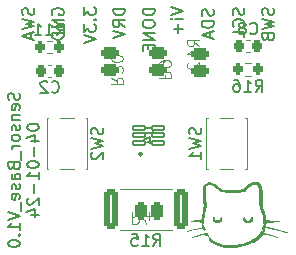
<source format=gbo>
G04 #@! TF.GenerationSoftware,KiCad,Pcbnew,7.0.7*
G04 #@! TF.CreationDate,2024-04-02T12:53:20-04:00*
G04 #@! TF.ProjectId,sensor_node,73656e73-6f72-45f6-9e6f-64652e6b6963,rev?*
G04 #@! TF.SameCoordinates,Original*
G04 #@! TF.FileFunction,Legend,Bot*
G04 #@! TF.FilePolarity,Positive*
%FSLAX46Y46*%
G04 Gerber Fmt 4.6, Leading zero omitted, Abs format (unit mm)*
G04 Created by KiCad (PCBNEW 7.0.7) date 2024-04-02 12:53:20*
%MOMM*%
%LPD*%
G01*
G04 APERTURE LIST*
G04 Aperture macros list*
%AMRoundRect*
0 Rectangle with rounded corners*
0 $1 Rounding radius*
0 $2 $3 $4 $5 $6 $7 $8 $9 X,Y pos of 4 corners*
0 Add a 4 corners polygon primitive as box body*
4,1,4,$2,$3,$4,$5,$6,$7,$8,$9,$2,$3,0*
0 Add four circle primitives for the rounded corners*
1,1,$1+$1,$2,$3*
1,1,$1+$1,$4,$5*
1,1,$1+$1,$6,$7*
1,1,$1+$1,$8,$9*
0 Add four rect primitives between the rounded corners*
20,1,$1+$1,$2,$3,$4,$5,0*
20,1,$1+$1,$4,$5,$6,$7,0*
20,1,$1+$1,$6,$7,$8,$9,0*
20,1,$1+$1,$8,$9,$2,$3,0*%
G04 Aperture macros list end*
%ADD10C,0.150000*%
%ADD11C,0.100000*%
%ADD12C,0.120000*%
%ADD13C,0.127000*%
%ADD14C,0.203200*%
%ADD15R,1.700000X1.700000*%
%ADD16O,1.700000X1.700000*%
%ADD17RoundRect,0.200000X-0.200000X-0.275000X0.200000X-0.275000X0.200000X0.275000X-0.200000X0.275000X0*%
%ADD18RoundRect,0.250000X-0.362500X-1.425000X0.362500X-1.425000X0.362500X1.425000X-0.362500X1.425000X0*%
%ADD19R,0.650000X1.050000*%
%ADD20RoundRect,0.250000X-0.500000X0.250000X-0.500000X-0.250000X0.500000X-0.250000X0.500000X0.250000X0*%
%ADD21RoundRect,0.102000X-0.495000X-0.150000X0.495000X-0.150000X0.495000X0.150000X-0.495000X0.150000X0*%
%ADD22RoundRect,0.200000X0.200000X0.275000X-0.200000X0.275000X-0.200000X-0.275000X0.200000X-0.275000X0*%
%ADD23RoundRect,0.250000X0.500000X-0.250000X0.500000X0.250000X-0.500000X0.250000X-0.500000X-0.250000X0*%
%ADD24RoundRect,0.250000X-0.250000X-0.500000X0.250000X-0.500000X0.250000X0.500000X-0.250000X0.500000X0*%
%ADD25RoundRect,0.225000X-0.225000X-0.250000X0.225000X-0.250000X0.225000X0.250000X-0.225000X0.250000X0*%
%ADD26RoundRect,0.225000X0.225000X0.250000X-0.225000X0.250000X-0.225000X-0.250000X0.225000X-0.250000X0*%
G04 APERTURE END LIST*
D10*
X92925700Y-70289160D02*
X92973319Y-70432017D01*
X92973319Y-70432017D02*
X92973319Y-70670112D01*
X92973319Y-70670112D02*
X92925700Y-70765350D01*
X92925700Y-70765350D02*
X92878080Y-70812969D01*
X92878080Y-70812969D02*
X92782842Y-70860588D01*
X92782842Y-70860588D02*
X92687604Y-70860588D01*
X92687604Y-70860588D02*
X92592366Y-70812969D01*
X92592366Y-70812969D02*
X92544747Y-70765350D01*
X92544747Y-70765350D02*
X92497128Y-70670112D01*
X92497128Y-70670112D02*
X92449509Y-70479636D01*
X92449509Y-70479636D02*
X92401890Y-70384398D01*
X92401890Y-70384398D02*
X92354271Y-70336779D01*
X92354271Y-70336779D02*
X92259033Y-70289160D01*
X92259033Y-70289160D02*
X92163795Y-70289160D01*
X92163795Y-70289160D02*
X92068557Y-70336779D01*
X92068557Y-70336779D02*
X92020938Y-70384398D01*
X92020938Y-70384398D02*
X91973319Y-70479636D01*
X91973319Y-70479636D02*
X91973319Y-70717731D01*
X91973319Y-70717731D02*
X92020938Y-70860588D01*
X91973319Y-71193922D02*
X92973319Y-71432017D01*
X92973319Y-71432017D02*
X92259033Y-71622493D01*
X92259033Y-71622493D02*
X92973319Y-71812969D01*
X92973319Y-71812969D02*
X91973319Y-72051065D01*
X92687604Y-72384398D02*
X92687604Y-72860588D01*
X92973319Y-72289160D02*
X91973319Y-72622493D01*
X91973319Y-72622493D02*
X92973319Y-72955826D01*
X97173319Y-70241541D02*
X97173319Y-70860588D01*
X97173319Y-70860588D02*
X97554271Y-70527255D01*
X97554271Y-70527255D02*
X97554271Y-70670112D01*
X97554271Y-70670112D02*
X97601890Y-70765350D01*
X97601890Y-70765350D02*
X97649509Y-70812969D01*
X97649509Y-70812969D02*
X97744747Y-70860588D01*
X97744747Y-70860588D02*
X97982842Y-70860588D01*
X97982842Y-70860588D02*
X98078080Y-70812969D01*
X98078080Y-70812969D02*
X98125700Y-70765350D01*
X98125700Y-70765350D02*
X98173319Y-70670112D01*
X98173319Y-70670112D02*
X98173319Y-70384398D01*
X98173319Y-70384398D02*
X98125700Y-70289160D01*
X98125700Y-70289160D02*
X98078080Y-70241541D01*
X98078080Y-71289160D02*
X98125700Y-71336779D01*
X98125700Y-71336779D02*
X98173319Y-71289160D01*
X98173319Y-71289160D02*
X98125700Y-71241541D01*
X98125700Y-71241541D02*
X98078080Y-71289160D01*
X98078080Y-71289160D02*
X98173319Y-71289160D01*
X97173319Y-71670112D02*
X97173319Y-72289159D01*
X97173319Y-72289159D02*
X97554271Y-71955826D01*
X97554271Y-71955826D02*
X97554271Y-72098683D01*
X97554271Y-72098683D02*
X97601890Y-72193921D01*
X97601890Y-72193921D02*
X97649509Y-72241540D01*
X97649509Y-72241540D02*
X97744747Y-72289159D01*
X97744747Y-72289159D02*
X97982842Y-72289159D01*
X97982842Y-72289159D02*
X98078080Y-72241540D01*
X98078080Y-72241540D02*
X98125700Y-72193921D01*
X98125700Y-72193921D02*
X98173319Y-72098683D01*
X98173319Y-72098683D02*
X98173319Y-71812969D01*
X98173319Y-71812969D02*
X98125700Y-71717731D01*
X98125700Y-71717731D02*
X98078080Y-71670112D01*
X97173319Y-72574874D02*
X98173319Y-72908207D01*
X98173319Y-72908207D02*
X97173319Y-73241540D01*
X110725700Y-70289160D02*
X110773319Y-70432017D01*
X110773319Y-70432017D02*
X110773319Y-70670112D01*
X110773319Y-70670112D02*
X110725700Y-70765350D01*
X110725700Y-70765350D02*
X110678080Y-70812969D01*
X110678080Y-70812969D02*
X110582842Y-70860588D01*
X110582842Y-70860588D02*
X110487604Y-70860588D01*
X110487604Y-70860588D02*
X110392366Y-70812969D01*
X110392366Y-70812969D02*
X110344747Y-70765350D01*
X110344747Y-70765350D02*
X110297128Y-70670112D01*
X110297128Y-70670112D02*
X110249509Y-70479636D01*
X110249509Y-70479636D02*
X110201890Y-70384398D01*
X110201890Y-70384398D02*
X110154271Y-70336779D01*
X110154271Y-70336779D02*
X110059033Y-70289160D01*
X110059033Y-70289160D02*
X109963795Y-70289160D01*
X109963795Y-70289160D02*
X109868557Y-70336779D01*
X109868557Y-70336779D02*
X109820938Y-70384398D01*
X109820938Y-70384398D02*
X109773319Y-70479636D01*
X109773319Y-70479636D02*
X109773319Y-70717731D01*
X109773319Y-70717731D02*
X109820938Y-70860588D01*
X110678080Y-71860588D02*
X110725700Y-71812969D01*
X110725700Y-71812969D02*
X110773319Y-71670112D01*
X110773319Y-71670112D02*
X110773319Y-71574874D01*
X110773319Y-71574874D02*
X110725700Y-71432017D01*
X110725700Y-71432017D02*
X110630461Y-71336779D01*
X110630461Y-71336779D02*
X110535223Y-71289160D01*
X110535223Y-71289160D02*
X110344747Y-71241541D01*
X110344747Y-71241541D02*
X110201890Y-71241541D01*
X110201890Y-71241541D02*
X110011414Y-71289160D01*
X110011414Y-71289160D02*
X109916176Y-71336779D01*
X109916176Y-71336779D02*
X109820938Y-71432017D01*
X109820938Y-71432017D02*
X109773319Y-71574874D01*
X109773319Y-71574874D02*
X109773319Y-71670112D01*
X109773319Y-71670112D02*
X109820938Y-71812969D01*
X109820938Y-71812969D02*
X109868557Y-71860588D01*
X110773319Y-72765350D02*
X110773319Y-72289160D01*
X110773319Y-72289160D02*
X109773319Y-72289160D01*
X104573319Y-70193922D02*
X105573319Y-70527255D01*
X105573319Y-70527255D02*
X104573319Y-70860588D01*
X105573319Y-71193922D02*
X104906652Y-71193922D01*
X104573319Y-71193922D02*
X104620938Y-71146303D01*
X104620938Y-71146303D02*
X104668557Y-71193922D01*
X104668557Y-71193922D02*
X104620938Y-71241541D01*
X104620938Y-71241541D02*
X104573319Y-71193922D01*
X104573319Y-71193922D02*
X104668557Y-71193922D01*
X105192366Y-71670112D02*
X105192366Y-72432017D01*
X105573319Y-72051064D02*
X104811414Y-72051064D01*
X113225700Y-70289160D02*
X113273319Y-70432017D01*
X113273319Y-70432017D02*
X113273319Y-70670112D01*
X113273319Y-70670112D02*
X113225700Y-70765350D01*
X113225700Y-70765350D02*
X113178080Y-70812969D01*
X113178080Y-70812969D02*
X113082842Y-70860588D01*
X113082842Y-70860588D02*
X112987604Y-70860588D01*
X112987604Y-70860588D02*
X112892366Y-70812969D01*
X112892366Y-70812969D02*
X112844747Y-70765350D01*
X112844747Y-70765350D02*
X112797128Y-70670112D01*
X112797128Y-70670112D02*
X112749509Y-70479636D01*
X112749509Y-70479636D02*
X112701890Y-70384398D01*
X112701890Y-70384398D02*
X112654271Y-70336779D01*
X112654271Y-70336779D02*
X112559033Y-70289160D01*
X112559033Y-70289160D02*
X112463795Y-70289160D01*
X112463795Y-70289160D02*
X112368557Y-70336779D01*
X112368557Y-70336779D02*
X112320938Y-70384398D01*
X112320938Y-70384398D02*
X112273319Y-70479636D01*
X112273319Y-70479636D02*
X112273319Y-70717731D01*
X112273319Y-70717731D02*
X112320938Y-70860588D01*
X112273319Y-71193922D02*
X113273319Y-71432017D01*
X113273319Y-71432017D02*
X112559033Y-71622493D01*
X112559033Y-71622493D02*
X113273319Y-71812969D01*
X113273319Y-71812969D02*
X112273319Y-72051065D01*
X112749509Y-72765350D02*
X112797128Y-72908207D01*
X112797128Y-72908207D02*
X112844747Y-72955826D01*
X112844747Y-72955826D02*
X112939985Y-73003445D01*
X112939985Y-73003445D02*
X113082842Y-73003445D01*
X113082842Y-73003445D02*
X113178080Y-72955826D01*
X113178080Y-72955826D02*
X113225700Y-72908207D01*
X113225700Y-72908207D02*
X113273319Y-72812969D01*
X113273319Y-72812969D02*
X113273319Y-72432017D01*
X113273319Y-72432017D02*
X112273319Y-72432017D01*
X112273319Y-72432017D02*
X112273319Y-72765350D01*
X112273319Y-72765350D02*
X112320938Y-72860588D01*
X112320938Y-72860588D02*
X112368557Y-72908207D01*
X112368557Y-72908207D02*
X112463795Y-72955826D01*
X112463795Y-72955826D02*
X112559033Y-72955826D01*
X112559033Y-72955826D02*
X112654271Y-72908207D01*
X112654271Y-72908207D02*
X112701890Y-72860588D01*
X112701890Y-72860588D02*
X112749509Y-72765350D01*
X112749509Y-72765350D02*
X112749509Y-72432017D01*
X108125700Y-70389160D02*
X108173319Y-70532017D01*
X108173319Y-70532017D02*
X108173319Y-70770112D01*
X108173319Y-70770112D02*
X108125700Y-70865350D01*
X108125700Y-70865350D02*
X108078080Y-70912969D01*
X108078080Y-70912969D02*
X107982842Y-70960588D01*
X107982842Y-70960588D02*
X107887604Y-70960588D01*
X107887604Y-70960588D02*
X107792366Y-70912969D01*
X107792366Y-70912969D02*
X107744747Y-70865350D01*
X107744747Y-70865350D02*
X107697128Y-70770112D01*
X107697128Y-70770112D02*
X107649509Y-70579636D01*
X107649509Y-70579636D02*
X107601890Y-70484398D01*
X107601890Y-70484398D02*
X107554271Y-70436779D01*
X107554271Y-70436779D02*
X107459033Y-70389160D01*
X107459033Y-70389160D02*
X107363795Y-70389160D01*
X107363795Y-70389160D02*
X107268557Y-70436779D01*
X107268557Y-70436779D02*
X107220938Y-70484398D01*
X107220938Y-70484398D02*
X107173319Y-70579636D01*
X107173319Y-70579636D02*
X107173319Y-70817731D01*
X107173319Y-70817731D02*
X107220938Y-70960588D01*
X108173319Y-71389160D02*
X107173319Y-71389160D01*
X107173319Y-71389160D02*
X107173319Y-71627255D01*
X107173319Y-71627255D02*
X107220938Y-71770112D01*
X107220938Y-71770112D02*
X107316176Y-71865350D01*
X107316176Y-71865350D02*
X107411414Y-71912969D01*
X107411414Y-71912969D02*
X107601890Y-71960588D01*
X107601890Y-71960588D02*
X107744747Y-71960588D01*
X107744747Y-71960588D02*
X107935223Y-71912969D01*
X107935223Y-71912969D02*
X108030461Y-71865350D01*
X108030461Y-71865350D02*
X108125700Y-71770112D01*
X108125700Y-71770112D02*
X108173319Y-71627255D01*
X108173319Y-71627255D02*
X108173319Y-71389160D01*
X107887604Y-72341541D02*
X107887604Y-72817731D01*
X108173319Y-72246303D02*
X107173319Y-72579636D01*
X107173319Y-72579636D02*
X108173319Y-72912969D01*
X103173319Y-70336779D02*
X102173319Y-70336779D01*
X102173319Y-70336779D02*
X102173319Y-70574874D01*
X102173319Y-70574874D02*
X102220938Y-70717731D01*
X102220938Y-70717731D02*
X102316176Y-70812969D01*
X102316176Y-70812969D02*
X102411414Y-70860588D01*
X102411414Y-70860588D02*
X102601890Y-70908207D01*
X102601890Y-70908207D02*
X102744747Y-70908207D01*
X102744747Y-70908207D02*
X102935223Y-70860588D01*
X102935223Y-70860588D02*
X103030461Y-70812969D01*
X103030461Y-70812969D02*
X103125700Y-70717731D01*
X103125700Y-70717731D02*
X103173319Y-70574874D01*
X103173319Y-70574874D02*
X103173319Y-70336779D01*
X102173319Y-71527255D02*
X102173319Y-71717731D01*
X102173319Y-71717731D02*
X102220938Y-71812969D01*
X102220938Y-71812969D02*
X102316176Y-71908207D01*
X102316176Y-71908207D02*
X102506652Y-71955826D01*
X102506652Y-71955826D02*
X102839985Y-71955826D01*
X102839985Y-71955826D02*
X103030461Y-71908207D01*
X103030461Y-71908207D02*
X103125700Y-71812969D01*
X103125700Y-71812969D02*
X103173319Y-71717731D01*
X103173319Y-71717731D02*
X103173319Y-71527255D01*
X103173319Y-71527255D02*
X103125700Y-71432017D01*
X103125700Y-71432017D02*
X103030461Y-71336779D01*
X103030461Y-71336779D02*
X102839985Y-71289160D01*
X102839985Y-71289160D02*
X102506652Y-71289160D01*
X102506652Y-71289160D02*
X102316176Y-71336779D01*
X102316176Y-71336779D02*
X102220938Y-71432017D01*
X102220938Y-71432017D02*
X102173319Y-71527255D01*
X103173319Y-72384398D02*
X102173319Y-72384398D01*
X102173319Y-72384398D02*
X103173319Y-72955826D01*
X103173319Y-72955826D02*
X102173319Y-72955826D01*
X102649509Y-73432017D02*
X102649509Y-73765350D01*
X103173319Y-73908207D02*
X103173319Y-73432017D01*
X103173319Y-73432017D02*
X102173319Y-73432017D01*
X102173319Y-73432017D02*
X102173319Y-73908207D01*
X91712200Y-77499999D02*
X91759819Y-77642856D01*
X91759819Y-77642856D02*
X91759819Y-77880951D01*
X91759819Y-77880951D02*
X91712200Y-77976189D01*
X91712200Y-77976189D02*
X91664580Y-78023808D01*
X91664580Y-78023808D02*
X91569342Y-78071427D01*
X91569342Y-78071427D02*
X91474104Y-78071427D01*
X91474104Y-78071427D02*
X91378866Y-78023808D01*
X91378866Y-78023808D02*
X91331247Y-77976189D01*
X91331247Y-77976189D02*
X91283628Y-77880951D01*
X91283628Y-77880951D02*
X91236009Y-77690475D01*
X91236009Y-77690475D02*
X91188390Y-77595237D01*
X91188390Y-77595237D02*
X91140771Y-77547618D01*
X91140771Y-77547618D02*
X91045533Y-77499999D01*
X91045533Y-77499999D02*
X90950295Y-77499999D01*
X90950295Y-77499999D02*
X90855057Y-77547618D01*
X90855057Y-77547618D02*
X90807438Y-77595237D01*
X90807438Y-77595237D02*
X90759819Y-77690475D01*
X90759819Y-77690475D02*
X90759819Y-77928570D01*
X90759819Y-77928570D02*
X90807438Y-78071427D01*
X91712200Y-78880951D02*
X91759819Y-78785713D01*
X91759819Y-78785713D02*
X91759819Y-78595237D01*
X91759819Y-78595237D02*
X91712200Y-78499999D01*
X91712200Y-78499999D02*
X91616961Y-78452380D01*
X91616961Y-78452380D02*
X91236009Y-78452380D01*
X91236009Y-78452380D02*
X91140771Y-78499999D01*
X91140771Y-78499999D02*
X91093152Y-78595237D01*
X91093152Y-78595237D02*
X91093152Y-78785713D01*
X91093152Y-78785713D02*
X91140771Y-78880951D01*
X91140771Y-78880951D02*
X91236009Y-78928570D01*
X91236009Y-78928570D02*
X91331247Y-78928570D01*
X91331247Y-78928570D02*
X91426485Y-78452380D01*
X91093152Y-79357142D02*
X91759819Y-79357142D01*
X91188390Y-79357142D02*
X91140771Y-79404761D01*
X91140771Y-79404761D02*
X91093152Y-79499999D01*
X91093152Y-79499999D02*
X91093152Y-79642856D01*
X91093152Y-79642856D02*
X91140771Y-79738094D01*
X91140771Y-79738094D02*
X91236009Y-79785713D01*
X91236009Y-79785713D02*
X91759819Y-79785713D01*
X91712200Y-80214285D02*
X91759819Y-80309523D01*
X91759819Y-80309523D02*
X91759819Y-80499999D01*
X91759819Y-80499999D02*
X91712200Y-80595237D01*
X91712200Y-80595237D02*
X91616961Y-80642856D01*
X91616961Y-80642856D02*
X91569342Y-80642856D01*
X91569342Y-80642856D02*
X91474104Y-80595237D01*
X91474104Y-80595237D02*
X91426485Y-80499999D01*
X91426485Y-80499999D02*
X91426485Y-80357142D01*
X91426485Y-80357142D02*
X91378866Y-80261904D01*
X91378866Y-80261904D02*
X91283628Y-80214285D01*
X91283628Y-80214285D02*
X91236009Y-80214285D01*
X91236009Y-80214285D02*
X91140771Y-80261904D01*
X91140771Y-80261904D02*
X91093152Y-80357142D01*
X91093152Y-80357142D02*
X91093152Y-80499999D01*
X91093152Y-80499999D02*
X91140771Y-80595237D01*
X91759819Y-81214285D02*
X91712200Y-81119047D01*
X91712200Y-81119047D02*
X91664580Y-81071428D01*
X91664580Y-81071428D02*
X91569342Y-81023809D01*
X91569342Y-81023809D02*
X91283628Y-81023809D01*
X91283628Y-81023809D02*
X91188390Y-81071428D01*
X91188390Y-81071428D02*
X91140771Y-81119047D01*
X91140771Y-81119047D02*
X91093152Y-81214285D01*
X91093152Y-81214285D02*
X91093152Y-81357142D01*
X91093152Y-81357142D02*
X91140771Y-81452380D01*
X91140771Y-81452380D02*
X91188390Y-81499999D01*
X91188390Y-81499999D02*
X91283628Y-81547618D01*
X91283628Y-81547618D02*
X91569342Y-81547618D01*
X91569342Y-81547618D02*
X91664580Y-81499999D01*
X91664580Y-81499999D02*
X91712200Y-81452380D01*
X91712200Y-81452380D02*
X91759819Y-81357142D01*
X91759819Y-81357142D02*
X91759819Y-81214285D01*
X91759819Y-81976190D02*
X91093152Y-81976190D01*
X91283628Y-81976190D02*
X91188390Y-82023809D01*
X91188390Y-82023809D02*
X91140771Y-82071428D01*
X91140771Y-82071428D02*
X91093152Y-82166666D01*
X91093152Y-82166666D02*
X91093152Y-82261904D01*
X91855057Y-82357143D02*
X91855057Y-83119047D01*
X91236009Y-83690476D02*
X91283628Y-83833333D01*
X91283628Y-83833333D02*
X91331247Y-83880952D01*
X91331247Y-83880952D02*
X91426485Y-83928571D01*
X91426485Y-83928571D02*
X91569342Y-83928571D01*
X91569342Y-83928571D02*
X91664580Y-83880952D01*
X91664580Y-83880952D02*
X91712200Y-83833333D01*
X91712200Y-83833333D02*
X91759819Y-83738095D01*
X91759819Y-83738095D02*
X91759819Y-83357143D01*
X91759819Y-83357143D02*
X90759819Y-83357143D01*
X90759819Y-83357143D02*
X90759819Y-83690476D01*
X90759819Y-83690476D02*
X90807438Y-83785714D01*
X90807438Y-83785714D02*
X90855057Y-83833333D01*
X90855057Y-83833333D02*
X90950295Y-83880952D01*
X90950295Y-83880952D02*
X91045533Y-83880952D01*
X91045533Y-83880952D02*
X91140771Y-83833333D01*
X91140771Y-83833333D02*
X91188390Y-83785714D01*
X91188390Y-83785714D02*
X91236009Y-83690476D01*
X91236009Y-83690476D02*
X91236009Y-83357143D01*
X91759819Y-84785714D02*
X91236009Y-84785714D01*
X91236009Y-84785714D02*
X91140771Y-84738095D01*
X91140771Y-84738095D02*
X91093152Y-84642857D01*
X91093152Y-84642857D02*
X91093152Y-84452381D01*
X91093152Y-84452381D02*
X91140771Y-84357143D01*
X91712200Y-84785714D02*
X91759819Y-84690476D01*
X91759819Y-84690476D02*
X91759819Y-84452381D01*
X91759819Y-84452381D02*
X91712200Y-84357143D01*
X91712200Y-84357143D02*
X91616961Y-84309524D01*
X91616961Y-84309524D02*
X91521723Y-84309524D01*
X91521723Y-84309524D02*
X91426485Y-84357143D01*
X91426485Y-84357143D02*
X91378866Y-84452381D01*
X91378866Y-84452381D02*
X91378866Y-84690476D01*
X91378866Y-84690476D02*
X91331247Y-84785714D01*
X91712200Y-85214286D02*
X91759819Y-85309524D01*
X91759819Y-85309524D02*
X91759819Y-85500000D01*
X91759819Y-85500000D02*
X91712200Y-85595238D01*
X91712200Y-85595238D02*
X91616961Y-85642857D01*
X91616961Y-85642857D02*
X91569342Y-85642857D01*
X91569342Y-85642857D02*
X91474104Y-85595238D01*
X91474104Y-85595238D02*
X91426485Y-85500000D01*
X91426485Y-85500000D02*
X91426485Y-85357143D01*
X91426485Y-85357143D02*
X91378866Y-85261905D01*
X91378866Y-85261905D02*
X91283628Y-85214286D01*
X91283628Y-85214286D02*
X91236009Y-85214286D01*
X91236009Y-85214286D02*
X91140771Y-85261905D01*
X91140771Y-85261905D02*
X91093152Y-85357143D01*
X91093152Y-85357143D02*
X91093152Y-85500000D01*
X91093152Y-85500000D02*
X91140771Y-85595238D01*
X91712200Y-86452381D02*
X91759819Y-86357143D01*
X91759819Y-86357143D02*
X91759819Y-86166667D01*
X91759819Y-86166667D02*
X91712200Y-86071429D01*
X91712200Y-86071429D02*
X91616961Y-86023810D01*
X91616961Y-86023810D02*
X91236009Y-86023810D01*
X91236009Y-86023810D02*
X91140771Y-86071429D01*
X91140771Y-86071429D02*
X91093152Y-86166667D01*
X91093152Y-86166667D02*
X91093152Y-86357143D01*
X91093152Y-86357143D02*
X91140771Y-86452381D01*
X91140771Y-86452381D02*
X91236009Y-86500000D01*
X91236009Y-86500000D02*
X91331247Y-86500000D01*
X91331247Y-86500000D02*
X91426485Y-86023810D01*
X91855057Y-86690477D02*
X91855057Y-87452381D01*
X90759819Y-87547620D02*
X91759819Y-87880953D01*
X91759819Y-87880953D02*
X90759819Y-88214286D01*
X91759819Y-89071429D02*
X91759819Y-88500001D01*
X91759819Y-88785715D02*
X90759819Y-88785715D01*
X90759819Y-88785715D02*
X90902676Y-88690477D01*
X90902676Y-88690477D02*
X90997914Y-88595239D01*
X90997914Y-88595239D02*
X91045533Y-88500001D01*
X91664580Y-89500001D02*
X91712200Y-89547620D01*
X91712200Y-89547620D02*
X91759819Y-89500001D01*
X91759819Y-89500001D02*
X91712200Y-89452382D01*
X91712200Y-89452382D02*
X91664580Y-89500001D01*
X91664580Y-89500001D02*
X91759819Y-89500001D01*
X90759819Y-90166667D02*
X90759819Y-90261905D01*
X90759819Y-90261905D02*
X90807438Y-90357143D01*
X90807438Y-90357143D02*
X90855057Y-90404762D01*
X90855057Y-90404762D02*
X90950295Y-90452381D01*
X90950295Y-90452381D02*
X91140771Y-90500000D01*
X91140771Y-90500000D02*
X91378866Y-90500000D01*
X91378866Y-90500000D02*
X91569342Y-90452381D01*
X91569342Y-90452381D02*
X91664580Y-90404762D01*
X91664580Y-90404762D02*
X91712200Y-90357143D01*
X91712200Y-90357143D02*
X91759819Y-90261905D01*
X91759819Y-90261905D02*
X91759819Y-90166667D01*
X91759819Y-90166667D02*
X91712200Y-90071429D01*
X91712200Y-90071429D02*
X91664580Y-90023810D01*
X91664580Y-90023810D02*
X91569342Y-89976191D01*
X91569342Y-89976191D02*
X91378866Y-89928572D01*
X91378866Y-89928572D02*
X91140771Y-89928572D01*
X91140771Y-89928572D02*
X90950295Y-89976191D01*
X90950295Y-89976191D02*
X90855057Y-90023810D01*
X90855057Y-90023810D02*
X90807438Y-90071429D01*
X90807438Y-90071429D02*
X90759819Y-90166667D01*
X92369819Y-80333333D02*
X92369819Y-80428571D01*
X92369819Y-80428571D02*
X92417438Y-80523809D01*
X92417438Y-80523809D02*
X92465057Y-80571428D01*
X92465057Y-80571428D02*
X92560295Y-80619047D01*
X92560295Y-80619047D02*
X92750771Y-80666666D01*
X92750771Y-80666666D02*
X92988866Y-80666666D01*
X92988866Y-80666666D02*
X93179342Y-80619047D01*
X93179342Y-80619047D02*
X93274580Y-80571428D01*
X93274580Y-80571428D02*
X93322200Y-80523809D01*
X93322200Y-80523809D02*
X93369819Y-80428571D01*
X93369819Y-80428571D02*
X93369819Y-80333333D01*
X93369819Y-80333333D02*
X93322200Y-80238095D01*
X93322200Y-80238095D02*
X93274580Y-80190476D01*
X93274580Y-80190476D02*
X93179342Y-80142857D01*
X93179342Y-80142857D02*
X92988866Y-80095238D01*
X92988866Y-80095238D02*
X92750771Y-80095238D01*
X92750771Y-80095238D02*
X92560295Y-80142857D01*
X92560295Y-80142857D02*
X92465057Y-80190476D01*
X92465057Y-80190476D02*
X92417438Y-80238095D01*
X92417438Y-80238095D02*
X92369819Y-80333333D01*
X92703152Y-81523809D02*
X93369819Y-81523809D01*
X92322200Y-81285714D02*
X93036485Y-81047619D01*
X93036485Y-81047619D02*
X93036485Y-81666666D01*
X92988866Y-82047619D02*
X92988866Y-82809524D01*
X92369819Y-83476190D02*
X92369819Y-83571428D01*
X92369819Y-83571428D02*
X92417438Y-83666666D01*
X92417438Y-83666666D02*
X92465057Y-83714285D01*
X92465057Y-83714285D02*
X92560295Y-83761904D01*
X92560295Y-83761904D02*
X92750771Y-83809523D01*
X92750771Y-83809523D02*
X92988866Y-83809523D01*
X92988866Y-83809523D02*
X93179342Y-83761904D01*
X93179342Y-83761904D02*
X93274580Y-83714285D01*
X93274580Y-83714285D02*
X93322200Y-83666666D01*
X93322200Y-83666666D02*
X93369819Y-83571428D01*
X93369819Y-83571428D02*
X93369819Y-83476190D01*
X93369819Y-83476190D02*
X93322200Y-83380952D01*
X93322200Y-83380952D02*
X93274580Y-83333333D01*
X93274580Y-83333333D02*
X93179342Y-83285714D01*
X93179342Y-83285714D02*
X92988866Y-83238095D01*
X92988866Y-83238095D02*
X92750771Y-83238095D01*
X92750771Y-83238095D02*
X92560295Y-83285714D01*
X92560295Y-83285714D02*
X92465057Y-83333333D01*
X92465057Y-83333333D02*
X92417438Y-83380952D01*
X92417438Y-83380952D02*
X92369819Y-83476190D01*
X93369819Y-84761904D02*
X93369819Y-84190476D01*
X93369819Y-84476190D02*
X92369819Y-84476190D01*
X92369819Y-84476190D02*
X92512676Y-84380952D01*
X92512676Y-84380952D02*
X92607914Y-84285714D01*
X92607914Y-84285714D02*
X92655533Y-84190476D01*
X92988866Y-85190476D02*
X92988866Y-85952381D01*
X92465057Y-86380952D02*
X92417438Y-86428571D01*
X92417438Y-86428571D02*
X92369819Y-86523809D01*
X92369819Y-86523809D02*
X92369819Y-86761904D01*
X92369819Y-86761904D02*
X92417438Y-86857142D01*
X92417438Y-86857142D02*
X92465057Y-86904761D01*
X92465057Y-86904761D02*
X92560295Y-86952380D01*
X92560295Y-86952380D02*
X92655533Y-86952380D01*
X92655533Y-86952380D02*
X92798390Y-86904761D01*
X92798390Y-86904761D02*
X93369819Y-86333333D01*
X93369819Y-86333333D02*
X93369819Y-86952380D01*
X92703152Y-87809523D02*
X93369819Y-87809523D01*
X92322200Y-87571428D02*
X93036485Y-87333333D01*
X93036485Y-87333333D02*
X93036485Y-87952380D01*
X94520938Y-70860588D02*
X94473319Y-70765350D01*
X94473319Y-70765350D02*
X94473319Y-70622493D01*
X94473319Y-70622493D02*
X94520938Y-70479636D01*
X94520938Y-70479636D02*
X94616176Y-70384398D01*
X94616176Y-70384398D02*
X94711414Y-70336779D01*
X94711414Y-70336779D02*
X94901890Y-70289160D01*
X94901890Y-70289160D02*
X95044747Y-70289160D01*
X95044747Y-70289160D02*
X95235223Y-70336779D01*
X95235223Y-70336779D02*
X95330461Y-70384398D01*
X95330461Y-70384398D02*
X95425700Y-70479636D01*
X95425700Y-70479636D02*
X95473319Y-70622493D01*
X95473319Y-70622493D02*
X95473319Y-70717731D01*
X95473319Y-70717731D02*
X95425700Y-70860588D01*
X95425700Y-70860588D02*
X95378080Y-70908207D01*
X95378080Y-70908207D02*
X95044747Y-70908207D01*
X95044747Y-70908207D02*
X95044747Y-70717731D01*
X95473319Y-71336779D02*
X94473319Y-71336779D01*
X94473319Y-71336779D02*
X95473319Y-71908207D01*
X95473319Y-71908207D02*
X94473319Y-71908207D01*
X95473319Y-72384398D02*
X94473319Y-72384398D01*
X94473319Y-72384398D02*
X94473319Y-72622493D01*
X94473319Y-72622493D02*
X94520938Y-72765350D01*
X94520938Y-72765350D02*
X94616176Y-72860588D01*
X94616176Y-72860588D02*
X94711414Y-72908207D01*
X94711414Y-72908207D02*
X94901890Y-72955826D01*
X94901890Y-72955826D02*
X95044747Y-72955826D01*
X95044747Y-72955826D02*
X95235223Y-72908207D01*
X95235223Y-72908207D02*
X95330461Y-72860588D01*
X95330461Y-72860588D02*
X95425700Y-72765350D01*
X95425700Y-72765350D02*
X95473319Y-72622493D01*
X95473319Y-72622493D02*
X95473319Y-72384398D01*
X100673319Y-70336779D02*
X99673319Y-70336779D01*
X99673319Y-70336779D02*
X99673319Y-70574874D01*
X99673319Y-70574874D02*
X99720938Y-70717731D01*
X99720938Y-70717731D02*
X99816176Y-70812969D01*
X99816176Y-70812969D02*
X99911414Y-70860588D01*
X99911414Y-70860588D02*
X100101890Y-70908207D01*
X100101890Y-70908207D02*
X100244747Y-70908207D01*
X100244747Y-70908207D02*
X100435223Y-70860588D01*
X100435223Y-70860588D02*
X100530461Y-70812969D01*
X100530461Y-70812969D02*
X100625700Y-70717731D01*
X100625700Y-70717731D02*
X100673319Y-70574874D01*
X100673319Y-70574874D02*
X100673319Y-70336779D01*
X100673319Y-71908207D02*
X100197128Y-71574874D01*
X100673319Y-71336779D02*
X99673319Y-71336779D01*
X99673319Y-71336779D02*
X99673319Y-71717731D01*
X99673319Y-71717731D02*
X99720938Y-71812969D01*
X99720938Y-71812969D02*
X99768557Y-71860588D01*
X99768557Y-71860588D02*
X99863795Y-71908207D01*
X99863795Y-71908207D02*
X100006652Y-71908207D01*
X100006652Y-71908207D02*
X100101890Y-71860588D01*
X100101890Y-71860588D02*
X100149509Y-71812969D01*
X100149509Y-71812969D02*
X100197128Y-71717731D01*
X100197128Y-71717731D02*
X100197128Y-71336779D01*
X99673319Y-72193922D02*
X100673319Y-72527255D01*
X100673319Y-72527255D02*
X99673319Y-72860588D01*
X111739004Y-77373596D02*
X112072337Y-76897405D01*
X112310432Y-77373596D02*
X112310432Y-76373596D01*
X112310432Y-76373596D02*
X111929480Y-76373596D01*
X111929480Y-76373596D02*
X111834242Y-76421215D01*
X111834242Y-76421215D02*
X111786623Y-76468834D01*
X111786623Y-76468834D02*
X111739004Y-76564072D01*
X111739004Y-76564072D02*
X111739004Y-76706929D01*
X111739004Y-76706929D02*
X111786623Y-76802167D01*
X111786623Y-76802167D02*
X111834242Y-76849786D01*
X111834242Y-76849786D02*
X111929480Y-76897405D01*
X111929480Y-76897405D02*
X112310432Y-76897405D01*
X110786623Y-77373596D02*
X111358051Y-77373596D01*
X111072337Y-77373596D02*
X111072337Y-76373596D01*
X111072337Y-76373596D02*
X111167575Y-76516453D01*
X111167575Y-76516453D02*
X111262813Y-76611691D01*
X111262813Y-76611691D02*
X111358051Y-76659310D01*
X109929480Y-76373596D02*
X110119956Y-76373596D01*
X110119956Y-76373596D02*
X110215194Y-76421215D01*
X110215194Y-76421215D02*
X110262813Y-76468834D01*
X110262813Y-76468834D02*
X110358051Y-76611691D01*
X110358051Y-76611691D02*
X110405670Y-76802167D01*
X110405670Y-76802167D02*
X110405670Y-77183119D01*
X110405670Y-77183119D02*
X110358051Y-77278357D01*
X110358051Y-77278357D02*
X110310432Y-77325977D01*
X110310432Y-77325977D02*
X110215194Y-77373596D01*
X110215194Y-77373596D02*
X110024718Y-77373596D01*
X110024718Y-77373596D02*
X109929480Y-77325977D01*
X109929480Y-77325977D02*
X109881861Y-77278357D01*
X109881861Y-77278357D02*
X109834242Y-77183119D01*
X109834242Y-77183119D02*
X109834242Y-76945024D01*
X109834242Y-76945024D02*
X109881861Y-76849786D01*
X109881861Y-76849786D02*
X109929480Y-76802167D01*
X109929480Y-76802167D02*
X110024718Y-76754548D01*
X110024718Y-76754548D02*
X110215194Y-76754548D01*
X110215194Y-76754548D02*
X110310432Y-76802167D01*
X110310432Y-76802167D02*
X110358051Y-76849786D01*
X110358051Y-76849786D02*
X110405670Y-76945024D01*
X103082226Y-90406817D02*
X103415559Y-89930626D01*
X103653654Y-90406817D02*
X103653654Y-89406817D01*
X103653654Y-89406817D02*
X103272702Y-89406817D01*
X103272702Y-89406817D02*
X103177464Y-89454436D01*
X103177464Y-89454436D02*
X103129845Y-89502055D01*
X103129845Y-89502055D02*
X103082226Y-89597293D01*
X103082226Y-89597293D02*
X103082226Y-89740150D01*
X103082226Y-89740150D02*
X103129845Y-89835388D01*
X103129845Y-89835388D02*
X103177464Y-89883007D01*
X103177464Y-89883007D02*
X103272702Y-89930626D01*
X103272702Y-89930626D02*
X103653654Y-89930626D01*
X102129845Y-90406817D02*
X102701273Y-90406817D01*
X102415559Y-90406817D02*
X102415559Y-89406817D01*
X102415559Y-89406817D02*
X102510797Y-89549674D01*
X102510797Y-89549674D02*
X102606035Y-89644912D01*
X102606035Y-89644912D02*
X102701273Y-89692531D01*
X101225083Y-89406817D02*
X101701273Y-89406817D01*
X101701273Y-89406817D02*
X101748892Y-89883007D01*
X101748892Y-89883007D02*
X101701273Y-89835388D01*
X101701273Y-89835388D02*
X101606035Y-89787769D01*
X101606035Y-89787769D02*
X101367940Y-89787769D01*
X101367940Y-89787769D02*
X101272702Y-89835388D01*
X101272702Y-89835388D02*
X101225083Y-89883007D01*
X101225083Y-89883007D02*
X101177464Y-89978245D01*
X101177464Y-89978245D02*
X101177464Y-90216340D01*
X101177464Y-90216340D02*
X101225083Y-90311578D01*
X101225083Y-90311578D02*
X101272702Y-90359198D01*
X101272702Y-90359198D02*
X101367940Y-90406817D01*
X101367940Y-90406817D02*
X101606035Y-90406817D01*
X101606035Y-90406817D02*
X101701273Y-90359198D01*
X101701273Y-90359198D02*
X101748892Y-90311578D01*
X98771570Y-80423665D02*
X98819189Y-80566522D01*
X98819189Y-80566522D02*
X98819189Y-80804617D01*
X98819189Y-80804617D02*
X98771570Y-80899855D01*
X98771570Y-80899855D02*
X98723950Y-80947474D01*
X98723950Y-80947474D02*
X98628712Y-80995093D01*
X98628712Y-80995093D02*
X98533474Y-80995093D01*
X98533474Y-80995093D02*
X98438236Y-80947474D01*
X98438236Y-80947474D02*
X98390617Y-80899855D01*
X98390617Y-80899855D02*
X98342998Y-80804617D01*
X98342998Y-80804617D02*
X98295379Y-80614141D01*
X98295379Y-80614141D02*
X98247760Y-80518903D01*
X98247760Y-80518903D02*
X98200141Y-80471284D01*
X98200141Y-80471284D02*
X98104903Y-80423665D01*
X98104903Y-80423665D02*
X98009665Y-80423665D01*
X98009665Y-80423665D02*
X97914427Y-80471284D01*
X97914427Y-80471284D02*
X97866808Y-80518903D01*
X97866808Y-80518903D02*
X97819189Y-80614141D01*
X97819189Y-80614141D02*
X97819189Y-80852236D01*
X97819189Y-80852236D02*
X97866808Y-80995093D01*
X97819189Y-81328427D02*
X98819189Y-81566522D01*
X98819189Y-81566522D02*
X98104903Y-81756998D01*
X98104903Y-81756998D02*
X98819189Y-81947474D01*
X98819189Y-81947474D02*
X97819189Y-82185570D01*
X97914427Y-82518903D02*
X97866808Y-82566522D01*
X97866808Y-82566522D02*
X97819189Y-82661760D01*
X97819189Y-82661760D02*
X97819189Y-82899855D01*
X97819189Y-82899855D02*
X97866808Y-82995093D01*
X97866808Y-82995093D02*
X97914427Y-83042712D01*
X97914427Y-83042712D02*
X98009665Y-83090331D01*
X98009665Y-83090331D02*
X98104903Y-83090331D01*
X98104903Y-83090331D02*
X98247760Y-83042712D01*
X98247760Y-83042712D02*
X98819189Y-82471284D01*
X98819189Y-82471284D02*
X98819189Y-83090331D01*
D11*
X106957419Y-73539141D02*
X106481228Y-73205808D01*
X106957419Y-72967713D02*
X105957419Y-72967713D01*
X105957419Y-72967713D02*
X105957419Y-73348665D01*
X105957419Y-73348665D02*
X106005038Y-73443903D01*
X106005038Y-73443903D02*
X106052657Y-73491522D01*
X106052657Y-73491522D02*
X106147895Y-73539141D01*
X106147895Y-73539141D02*
X106290752Y-73539141D01*
X106290752Y-73539141D02*
X106385990Y-73491522D01*
X106385990Y-73491522D02*
X106433609Y-73443903D01*
X106433609Y-73443903D02*
X106481228Y-73348665D01*
X106481228Y-73348665D02*
X106481228Y-72967713D01*
X106957419Y-74491522D02*
X106957419Y-73920094D01*
X106957419Y-74205808D02*
X105957419Y-74205808D01*
X105957419Y-74205808D02*
X106100276Y-74110570D01*
X106100276Y-74110570D02*
X106195514Y-74015332D01*
X106195514Y-74015332D02*
X106243133Y-73920094D01*
X106052657Y-74872475D02*
X106005038Y-74920094D01*
X106005038Y-74920094D02*
X105957419Y-75015332D01*
X105957419Y-75015332D02*
X105957419Y-75253427D01*
X105957419Y-75253427D02*
X106005038Y-75348665D01*
X106005038Y-75348665D02*
X106052657Y-75396284D01*
X106052657Y-75396284D02*
X106147895Y-75443903D01*
X106147895Y-75443903D02*
X106243133Y-75443903D01*
X106243133Y-75443903D02*
X106385990Y-75396284D01*
X106385990Y-75396284D02*
X106957419Y-74824856D01*
X106957419Y-74824856D02*
X106957419Y-75443903D01*
D10*
X102253434Y-80460573D02*
X102890855Y-80460573D01*
X102890855Y-80460573D02*
X102965845Y-80498069D01*
X102965845Y-80498069D02*
X103003341Y-80535564D01*
X103003341Y-80535564D02*
X103040836Y-80610555D01*
X103040836Y-80610555D02*
X103040836Y-80760536D01*
X103040836Y-80760536D02*
X103003341Y-80835527D01*
X103003341Y-80835527D02*
X102965845Y-80873022D01*
X102965845Y-80873022D02*
X102890855Y-80910517D01*
X102890855Y-80910517D02*
X102253434Y-80910517D01*
X102515901Y-81622928D02*
X103040836Y-81622928D01*
X102215939Y-81435452D02*
X102778369Y-81247975D01*
X102778369Y-81247975D02*
X102778369Y-81735414D01*
X94925450Y-72606818D02*
X95258783Y-72130627D01*
X95496878Y-72606818D02*
X95496878Y-71606818D01*
X95496878Y-71606818D02*
X95115926Y-71606818D01*
X95115926Y-71606818D02*
X95020688Y-71654437D01*
X95020688Y-71654437D02*
X94973069Y-71702056D01*
X94973069Y-71702056D02*
X94925450Y-71797294D01*
X94925450Y-71797294D02*
X94925450Y-71940151D01*
X94925450Y-71940151D02*
X94973069Y-72035389D01*
X94973069Y-72035389D02*
X95020688Y-72083008D01*
X95020688Y-72083008D02*
X95115926Y-72130627D01*
X95115926Y-72130627D02*
X95496878Y-72130627D01*
X93973069Y-72606818D02*
X94544497Y-72606818D01*
X94258783Y-72606818D02*
X94258783Y-71606818D01*
X94258783Y-71606818D02*
X94354021Y-71749675D01*
X94354021Y-71749675D02*
X94449259Y-71844913D01*
X94449259Y-71844913D02*
X94544497Y-71892532D01*
X93020688Y-72606818D02*
X93592116Y-72606818D01*
X93306402Y-72606818D02*
X93306402Y-71606818D01*
X93306402Y-71606818D02*
X93401640Y-71749675D01*
X93401640Y-71749675D02*
X93496878Y-71844913D01*
X93496878Y-71844913D02*
X93592116Y-71892532D01*
X107071569Y-80423667D02*
X107119188Y-80566524D01*
X107119188Y-80566524D02*
X107119188Y-80804619D01*
X107119188Y-80804619D02*
X107071569Y-80899857D01*
X107071569Y-80899857D02*
X107023949Y-80947476D01*
X107023949Y-80947476D02*
X106928711Y-80995095D01*
X106928711Y-80995095D02*
X106833473Y-80995095D01*
X106833473Y-80995095D02*
X106738235Y-80947476D01*
X106738235Y-80947476D02*
X106690616Y-80899857D01*
X106690616Y-80899857D02*
X106642997Y-80804619D01*
X106642997Y-80804619D02*
X106595378Y-80614143D01*
X106595378Y-80614143D02*
X106547759Y-80518905D01*
X106547759Y-80518905D02*
X106500140Y-80471286D01*
X106500140Y-80471286D02*
X106404902Y-80423667D01*
X106404902Y-80423667D02*
X106309664Y-80423667D01*
X106309664Y-80423667D02*
X106214426Y-80471286D01*
X106214426Y-80471286D02*
X106166807Y-80518905D01*
X106166807Y-80518905D02*
X106119188Y-80614143D01*
X106119188Y-80614143D02*
X106119188Y-80852238D01*
X106119188Y-80852238D02*
X106166807Y-80995095D01*
X106119188Y-81328429D02*
X107119188Y-81566524D01*
X107119188Y-81566524D02*
X106404902Y-81757000D01*
X106404902Y-81757000D02*
X107119188Y-81947476D01*
X107119188Y-81947476D02*
X106119188Y-82185572D01*
X107119188Y-83090333D02*
X107119188Y-82518905D01*
X107119188Y-82804619D02*
X106119188Y-82804619D01*
X106119188Y-82804619D02*
X106262045Y-82709381D01*
X106262045Y-82709381D02*
X106357283Y-82614143D01*
X106357283Y-82614143D02*
X106404902Y-82518905D01*
D11*
X99481949Y-76174855D02*
X99958140Y-76508188D01*
X99481949Y-76746283D02*
X100481949Y-76746283D01*
X100481949Y-76746283D02*
X100481949Y-76365331D01*
X100481949Y-76365331D02*
X100434330Y-76270093D01*
X100434330Y-76270093D02*
X100386711Y-76222474D01*
X100386711Y-76222474D02*
X100291473Y-76174855D01*
X100291473Y-76174855D02*
X100148616Y-76174855D01*
X100148616Y-76174855D02*
X100053378Y-76222474D01*
X100053378Y-76222474D02*
X100005759Y-76270093D01*
X100005759Y-76270093D02*
X99958140Y-76365331D01*
X99958140Y-76365331D02*
X99958140Y-76746283D01*
X100386711Y-75793902D02*
X100434330Y-75746283D01*
X100434330Y-75746283D02*
X100481949Y-75651045D01*
X100481949Y-75651045D02*
X100481949Y-75412950D01*
X100481949Y-75412950D02*
X100434330Y-75317712D01*
X100434330Y-75317712D02*
X100386711Y-75270093D01*
X100386711Y-75270093D02*
X100291473Y-75222474D01*
X100291473Y-75222474D02*
X100196235Y-75222474D01*
X100196235Y-75222474D02*
X100053378Y-75270093D01*
X100053378Y-75270093D02*
X99481949Y-75841521D01*
X99481949Y-75841521D02*
X99481949Y-75222474D01*
X100481949Y-74603426D02*
X100481949Y-74508188D01*
X100481949Y-74508188D02*
X100434330Y-74412950D01*
X100434330Y-74412950D02*
X100386711Y-74365331D01*
X100386711Y-74365331D02*
X100291473Y-74317712D01*
X100291473Y-74317712D02*
X100100997Y-74270093D01*
X100100997Y-74270093D02*
X99862902Y-74270093D01*
X99862902Y-74270093D02*
X99672426Y-74317712D01*
X99672426Y-74317712D02*
X99577188Y-74365331D01*
X99577188Y-74365331D02*
X99529569Y-74412950D01*
X99529569Y-74412950D02*
X99481949Y-74508188D01*
X99481949Y-74508188D02*
X99481949Y-74603426D01*
X99481949Y-74603426D02*
X99529569Y-74698664D01*
X99529569Y-74698664D02*
X99577188Y-74746283D01*
X99577188Y-74746283D02*
X99672426Y-74793902D01*
X99672426Y-74793902D02*
X99862902Y-74841521D01*
X99862902Y-74841521D02*
X100100997Y-74841521D01*
X100100997Y-74841521D02*
X100291473Y-74793902D01*
X100291473Y-74793902D02*
X100386711Y-74746283D01*
X100386711Y-74746283D02*
X100434330Y-74698664D01*
X100434330Y-74698664D02*
X100481949Y-74603426D01*
X101833333Y-87542580D02*
X101500000Y-88018771D01*
X101261905Y-87542580D02*
X101261905Y-88542580D01*
X101261905Y-88542580D02*
X101642857Y-88542580D01*
X101642857Y-88542580D02*
X101738095Y-88494961D01*
X101738095Y-88494961D02*
X101785714Y-88447342D01*
X101785714Y-88447342D02*
X101833333Y-88352104D01*
X101833333Y-88352104D02*
X101833333Y-88209247D01*
X101833333Y-88209247D02*
X101785714Y-88114009D01*
X101785714Y-88114009D02*
X101738095Y-88066390D01*
X101738095Y-88066390D02*
X101642857Y-88018771D01*
X101642857Y-88018771D02*
X101261905Y-88018771D01*
X102690476Y-88209247D02*
X102690476Y-87542580D01*
X102452381Y-88590200D02*
X102214286Y-87875914D01*
X102214286Y-87875914D02*
X102833333Y-87875914D01*
D10*
X94464260Y-77371579D02*
X94511879Y-77419199D01*
X94511879Y-77419199D02*
X94654736Y-77466818D01*
X94654736Y-77466818D02*
X94749974Y-77466818D01*
X94749974Y-77466818D02*
X94892831Y-77419199D01*
X94892831Y-77419199D02*
X94988069Y-77323960D01*
X94988069Y-77323960D02*
X95035688Y-77228722D01*
X95035688Y-77228722D02*
X95083307Y-77038246D01*
X95083307Y-77038246D02*
X95083307Y-76895389D01*
X95083307Y-76895389D02*
X95035688Y-76704913D01*
X95035688Y-76704913D02*
X94988069Y-76609675D01*
X94988069Y-76609675D02*
X94892831Y-76514437D01*
X94892831Y-76514437D02*
X94749974Y-76466818D01*
X94749974Y-76466818D02*
X94654736Y-76466818D01*
X94654736Y-76466818D02*
X94511879Y-76514437D01*
X94511879Y-76514437D02*
X94464260Y-76562056D01*
X94083307Y-76562056D02*
X94035688Y-76514437D01*
X94035688Y-76514437D02*
X93940450Y-76466818D01*
X93940450Y-76466818D02*
X93702355Y-76466818D01*
X93702355Y-76466818D02*
X93607117Y-76514437D01*
X93607117Y-76514437D02*
X93559498Y-76562056D01*
X93559498Y-76562056D02*
X93511879Y-76657294D01*
X93511879Y-76657294D02*
X93511879Y-76752532D01*
X93511879Y-76752532D02*
X93559498Y-76895389D01*
X93559498Y-76895389D02*
X94130926Y-77466818D01*
X94130926Y-77466818D02*
X93511879Y-77466818D01*
X111262813Y-72418355D02*
X111310432Y-72465975D01*
X111310432Y-72465975D02*
X111453289Y-72513594D01*
X111453289Y-72513594D02*
X111548527Y-72513594D01*
X111548527Y-72513594D02*
X111691384Y-72465975D01*
X111691384Y-72465975D02*
X111786622Y-72370736D01*
X111786622Y-72370736D02*
X111834241Y-72275498D01*
X111834241Y-72275498D02*
X111881860Y-72085022D01*
X111881860Y-72085022D02*
X111881860Y-71942165D01*
X111881860Y-71942165D02*
X111834241Y-71751689D01*
X111834241Y-71751689D02*
X111786622Y-71656451D01*
X111786622Y-71656451D02*
X111691384Y-71561213D01*
X111691384Y-71561213D02*
X111548527Y-71513594D01*
X111548527Y-71513594D02*
X111453289Y-71513594D01*
X111453289Y-71513594D02*
X111310432Y-71561213D01*
X111310432Y-71561213D02*
X111262813Y-71608832D01*
X110691384Y-71942165D02*
X110786622Y-71894546D01*
X110786622Y-71894546D02*
X110834241Y-71846927D01*
X110834241Y-71846927D02*
X110881860Y-71751689D01*
X110881860Y-71751689D02*
X110881860Y-71704070D01*
X110881860Y-71704070D02*
X110834241Y-71608832D01*
X110834241Y-71608832D02*
X110786622Y-71561213D01*
X110786622Y-71561213D02*
X110691384Y-71513594D01*
X110691384Y-71513594D02*
X110500908Y-71513594D01*
X110500908Y-71513594D02*
X110405670Y-71561213D01*
X110405670Y-71561213D02*
X110358051Y-71608832D01*
X110358051Y-71608832D02*
X110310432Y-71704070D01*
X110310432Y-71704070D02*
X110310432Y-71751689D01*
X110310432Y-71751689D02*
X110358051Y-71846927D01*
X110358051Y-71846927D02*
X110405670Y-71894546D01*
X110405670Y-71894546D02*
X110500908Y-71942165D01*
X110500908Y-71942165D02*
X110691384Y-71942165D01*
X110691384Y-71942165D02*
X110786622Y-71989784D01*
X110786622Y-71989784D02*
X110834241Y-72037403D01*
X110834241Y-72037403D02*
X110881860Y-72132641D01*
X110881860Y-72132641D02*
X110881860Y-72323117D01*
X110881860Y-72323117D02*
X110834241Y-72418355D01*
X110834241Y-72418355D02*
X110786622Y-72465975D01*
X110786622Y-72465975D02*
X110691384Y-72513594D01*
X110691384Y-72513594D02*
X110500908Y-72513594D01*
X110500908Y-72513594D02*
X110405670Y-72465975D01*
X110405670Y-72465975D02*
X110358051Y-72418355D01*
X110358051Y-72418355D02*
X110310432Y-72323117D01*
X110310432Y-72323117D02*
X110310432Y-72132641D01*
X110310432Y-72132641D02*
X110358051Y-72037403D01*
X110358051Y-72037403D02*
X110405670Y-71989784D01*
X110405670Y-71989784D02*
X110500908Y-71942165D01*
D11*
X103542580Y-75666666D02*
X104018771Y-75999999D01*
X103542580Y-76238094D02*
X104542580Y-76238094D01*
X104542580Y-76238094D02*
X104542580Y-75857142D01*
X104542580Y-75857142D02*
X104494961Y-75761904D01*
X104494961Y-75761904D02*
X104447342Y-75714285D01*
X104447342Y-75714285D02*
X104352104Y-75666666D01*
X104352104Y-75666666D02*
X104209247Y-75666666D01*
X104209247Y-75666666D02*
X104114009Y-75714285D01*
X104114009Y-75714285D02*
X104066390Y-75761904D01*
X104066390Y-75761904D02*
X104018771Y-75857142D01*
X104018771Y-75857142D02*
X104018771Y-76238094D01*
X103542580Y-75190475D02*
X103542580Y-74999999D01*
X103542580Y-74999999D02*
X103590200Y-74904761D01*
X103590200Y-74904761D02*
X103637819Y-74857142D01*
X103637819Y-74857142D02*
X103780676Y-74761904D01*
X103780676Y-74761904D02*
X103971152Y-74714285D01*
X103971152Y-74714285D02*
X104352104Y-74714285D01*
X104352104Y-74714285D02*
X104447342Y-74761904D01*
X104447342Y-74761904D02*
X104494961Y-74809523D01*
X104494961Y-74809523D02*
X104542580Y-74904761D01*
X104542580Y-74904761D02*
X104542580Y-75095237D01*
X104542580Y-75095237D02*
X104494961Y-75190475D01*
X104494961Y-75190475D02*
X104447342Y-75238094D01*
X104447342Y-75238094D02*
X104352104Y-75285713D01*
X104352104Y-75285713D02*
X104114009Y-75285713D01*
X104114009Y-75285713D02*
X104018771Y-75238094D01*
X104018771Y-75238094D02*
X103971152Y-75190475D01*
X103971152Y-75190475D02*
X103923533Y-75095237D01*
X103923533Y-75095237D02*
X103923533Y-74904761D01*
X103923533Y-74904761D02*
X103971152Y-74809523D01*
X103971152Y-74809523D02*
X104018771Y-74761904D01*
X104018771Y-74761904D02*
X104114009Y-74714285D01*
D12*
X110858889Y-74966277D02*
X111333405Y-74966277D01*
X110858889Y-76011277D02*
X111333405Y-76011277D01*
X100262305Y-85621998D02*
X104616433Y-85621998D01*
X100262305Y-89041998D02*
X104616433Y-89041998D01*
X94064370Y-83956998D02*
X94064370Y-79556998D01*
X94184370Y-83956998D02*
X94064370Y-83956998D01*
X96334370Y-83956998D02*
X95194370Y-83956998D01*
X97464370Y-83956998D02*
X97344370Y-83956998D01*
X94064370Y-79556998D02*
X94184370Y-79556998D01*
X95194370Y-79556998D02*
X96334370Y-79556998D01*
X97344370Y-79556998D02*
X97464370Y-79556998D01*
X97464370Y-79556998D02*
X97464370Y-83956998D01*
D13*
X101984369Y-82660499D02*
X101984369Y-82560499D01*
X101984369Y-82560499D02*
X101884369Y-82560499D01*
D14*
X102125769Y-82660499D02*
G75*
G03*
X102125769Y-82660499I-141400J0D01*
G01*
D12*
X94519851Y-74104499D02*
X94045335Y-74104499D01*
X94519851Y-73059499D02*
X94045335Y-73059499D01*
X110964369Y-79557000D02*
X110964369Y-83957000D01*
X110844369Y-79557000D02*
X110964369Y-79557000D01*
X108694369Y-79557000D02*
X109834369Y-79557000D01*
X107564369Y-79557000D02*
X107684369Y-79557000D01*
X110964369Y-83957000D02*
X110844369Y-83957000D01*
X109834369Y-83957000D02*
X108694369Y-83957000D01*
X107684369Y-83957000D02*
X107564369Y-83957000D01*
X107564369Y-83957000D02*
X107564369Y-79557000D01*
X94157014Y-75071999D02*
X94438174Y-75071999D01*
X94157014Y-76091999D02*
X94438174Y-76091999D01*
X111236727Y-73998775D02*
X110955567Y-73998775D01*
X111236727Y-72978775D02*
X110955567Y-72978775D01*
G36*
X108840773Y-87986948D02*
G01*
X108855841Y-87997646D01*
X108893023Y-88043200D01*
X108909463Y-88105980D01*
X108906450Y-88189978D01*
X108901907Y-88216126D01*
X108867191Y-88304223D01*
X108805740Y-88380029D01*
X108720168Y-88440036D01*
X108695262Y-88452829D01*
X108655516Y-88469884D01*
X108617473Y-88478563D01*
X108570244Y-88480793D01*
X108502941Y-88478502D01*
X108409288Y-88468503D01*
X108297968Y-88437583D01*
X108209696Y-88387552D01*
X108145347Y-88319150D01*
X108105794Y-88233116D01*
X108091910Y-88130192D01*
X108095864Y-88066444D01*
X108113975Y-88010942D01*
X108148169Y-87979343D01*
X108200005Y-87969326D01*
X108223400Y-87971197D01*
X108264448Y-87990216D01*
X108291854Y-88032484D01*
X108308384Y-88101375D01*
X108312685Y-88127547D01*
X108323069Y-88174651D01*
X108333260Y-88204603D01*
X108342622Y-88216850D01*
X108383732Y-88241776D01*
X108445286Y-88258429D01*
X108520064Y-88264494D01*
X108555102Y-88263306D01*
X108626658Y-88248724D01*
X108678089Y-88214727D01*
X108713420Y-88157785D01*
X108736672Y-88074366D01*
X108741032Y-88052649D01*
X108756573Y-87998323D01*
X108776031Y-87971234D01*
X108802925Y-87968427D01*
X108840773Y-87986948D01*
G37*
G36*
X110756021Y-87984876D02*
G01*
X110802388Y-87999654D01*
X110835873Y-88036483D01*
X110848752Y-88086999D01*
X110854986Y-88117730D01*
X110882075Y-88167584D01*
X110923833Y-88215392D01*
X110972791Y-88251264D01*
X110998829Y-88262816D01*
X111073931Y-88278364D01*
X111151004Y-88273894D01*
X111217104Y-88249499D01*
X111246318Y-88226861D01*
X111271552Y-88189577D01*
X111292450Y-88131489D01*
X111305008Y-88094251D01*
X111326780Y-88045509D01*
X111347431Y-88014377D01*
X111352117Y-88010014D01*
X111398860Y-87988065D01*
X111453709Y-87990468D01*
X111506901Y-88017059D01*
X111529977Y-88039235D01*
X111544224Y-88071281D01*
X111547834Y-88120900D01*
X111539067Y-88189125D01*
X111503909Y-88278082D01*
X111445893Y-88362172D01*
X111369352Y-88435421D01*
X111278624Y-88491856D01*
X111242631Y-88507800D01*
X111198204Y-88521103D01*
X111148904Y-88525866D01*
X111081779Y-88524216D01*
X111079009Y-88524069D01*
X110977718Y-88511440D01*
X110903125Y-88485876D01*
X110885302Y-88475939D01*
X110803816Y-88412994D01*
X110733999Y-88331271D01*
X110682071Y-88239278D01*
X110654252Y-88145522D01*
X110654826Y-88089413D01*
X110674190Y-88036111D01*
X110708882Y-87998869D01*
X110754431Y-87984861D01*
X110756021Y-87984876D01*
G37*
G36*
X112622970Y-88665915D02*
G01*
X112623044Y-88667580D01*
X112626666Y-88723158D01*
X112633415Y-88756283D01*
X112646431Y-88775371D01*
X112668857Y-88788839D01*
X112670951Y-88789755D01*
X112700719Y-88799651D01*
X112755715Y-88815675D01*
X112831674Y-88836666D01*
X112924332Y-88861463D01*
X113029422Y-88888905D01*
X113142680Y-88917832D01*
X113222552Y-88938087D01*
X113370030Y-88975804D01*
X113525967Y-89016017D01*
X113680713Y-89056225D01*
X113824613Y-89093924D01*
X113948018Y-89126613D01*
X114020820Y-89146035D01*
X114123755Y-89173449D01*
X114216788Y-89198172D01*
X114294889Y-89218870D01*
X114353032Y-89234210D01*
X114386187Y-89242857D01*
X114400658Y-89246959D01*
X114445429Y-89264430D01*
X114474854Y-89282908D01*
X114475433Y-89283493D01*
X114490604Y-89314559D01*
X114480253Y-89340864D01*
X114448386Y-89351956D01*
X114447451Y-89351922D01*
X114421816Y-89347496D01*
X114370708Y-89336323D01*
X114298332Y-89319405D01*
X114208893Y-89297742D01*
X114106596Y-89272335D01*
X113995644Y-89244186D01*
X113935468Y-89228858D01*
X113786648Y-89191566D01*
X113625132Y-89151785D01*
X113461605Y-89112116D01*
X113306752Y-89075161D01*
X113171259Y-89043521D01*
X113110797Y-89029611D01*
X112969085Y-88997057D01*
X112853897Y-88970910D01*
X112762484Y-88950832D01*
X112692098Y-88936489D01*
X112639991Y-88927543D01*
X112603415Y-88923658D01*
X112579620Y-88924498D01*
X112565859Y-88929726D01*
X112559383Y-88939007D01*
X112557443Y-88952002D01*
X112557292Y-88968377D01*
X112557256Y-88969660D01*
X112551409Y-89002331D01*
X112537557Y-89052964D01*
X112518522Y-89111161D01*
X112499154Y-89173690D01*
X112485315Y-89233141D01*
X112480012Y-89276614D01*
X112481278Y-89308193D01*
X112490244Y-89327889D01*
X112514468Y-89340183D01*
X112561504Y-89352067D01*
X112575346Y-89355340D01*
X112629628Y-89368836D01*
X112706135Y-89388416D01*
X112799271Y-89412598D01*
X112903439Y-89439902D01*
X113013044Y-89468847D01*
X113122489Y-89497951D01*
X113226178Y-89525734D01*
X113318514Y-89550714D01*
X113393902Y-89571411D01*
X113446745Y-89586344D01*
X113482079Y-89597654D01*
X113555716Y-89631985D01*
X113599523Y-89672617D01*
X113614012Y-89719962D01*
X113609490Y-89748532D01*
X113592577Y-89753214D01*
X113558818Y-89734131D01*
X113557736Y-89733390D01*
X113524197Y-89716738D01*
X113465812Y-89695390D01*
X113381467Y-89669015D01*
X113270048Y-89637282D01*
X113130441Y-89599859D01*
X112961534Y-89556414D01*
X112866933Y-89532559D01*
X112725292Y-89497331D01*
X112611662Y-89469814D01*
X112524790Y-89449722D01*
X112463427Y-89436769D01*
X112426322Y-89430672D01*
X112412223Y-89431144D01*
X112411192Y-89432520D01*
X112397400Y-89452437D01*
X112371923Y-89489958D01*
X112339319Y-89538378D01*
X112266058Y-89635308D01*
X112135976Y-89769691D01*
X111976257Y-89899303D01*
X111787602Y-90023594D01*
X111570713Y-90142011D01*
X111454619Y-90198109D01*
X111110019Y-90343062D01*
X110759132Y-90459287D01*
X110404506Y-90546014D01*
X110048690Y-90602471D01*
X110033048Y-90604216D01*
X109900887Y-90615141D01*
X109754797Y-90621557D01*
X109603713Y-90623466D01*
X109456568Y-90620873D01*
X109322299Y-90613779D01*
X109209838Y-90602189D01*
X109093710Y-90583554D01*
X108855796Y-90530635D01*
X108627609Y-90460226D01*
X108413158Y-90374041D01*
X108216449Y-90273797D01*
X108041490Y-90161209D01*
X107892288Y-90037995D01*
X107864208Y-90010542D01*
X107804835Y-89941950D01*
X107767424Y-89875577D01*
X107747867Y-89802567D01*
X107742059Y-89714065D01*
X107740028Y-89658782D01*
X107733661Y-89612686D01*
X107723867Y-89591320D01*
X107689571Y-89580859D01*
X107639399Y-89579117D01*
X107591431Y-89587613D01*
X107573295Y-89590356D01*
X107538997Y-89580118D01*
X107492018Y-89549196D01*
X107467610Y-89530757D01*
X107429500Y-89502070D01*
X107405574Y-89484197D01*
X107397493Y-89481123D01*
X107364927Y-89481135D01*
X107309320Y-89489760D01*
X107229073Y-89507330D01*
X107122587Y-89534176D01*
X106988262Y-89570629D01*
X106946485Y-89582183D01*
X106840994Y-89610893D01*
X106732022Y-89639982D01*
X106623753Y-89668389D01*
X106520371Y-89695050D01*
X106426060Y-89718903D01*
X106345003Y-89738884D01*
X106281384Y-89753932D01*
X106239387Y-89762983D01*
X106223197Y-89764974D01*
X106222466Y-89763000D01*
X106234938Y-89748352D01*
X106266697Y-89726153D01*
X106310542Y-89700667D01*
X106359274Y-89676158D01*
X106405693Y-89656890D01*
X106433636Y-89647619D01*
X106489424Y-89630026D01*
X106565962Y-89606407D01*
X106658417Y-89578244D01*
X106761957Y-89547015D01*
X106871749Y-89514200D01*
X106937475Y-89494548D01*
X107070670Y-89453687D01*
X107177798Y-89418609D01*
X107261635Y-89387788D01*
X107324958Y-89359698D01*
X107370541Y-89332812D01*
X107401163Y-89305605D01*
X107419598Y-89276551D01*
X107428623Y-89244123D01*
X107431015Y-89206797D01*
X107430678Y-89193100D01*
X107425564Y-89167856D01*
X107410029Y-89145454D01*
X107378687Y-89119583D01*
X107326152Y-89083932D01*
X107293216Y-89062258D01*
X107236259Y-89025710D01*
X107193402Y-89002596D01*
X107156203Y-88990876D01*
X107116221Y-88988511D01*
X107065018Y-88993461D01*
X106994152Y-89003684D01*
X106956416Y-89009669D01*
X106871921Y-89024843D01*
X106767426Y-89045125D01*
X106649358Y-89069150D01*
X106524146Y-89095554D01*
X106398217Y-89122972D01*
X106278000Y-89150040D01*
X106169922Y-89175392D01*
X106080413Y-89197665D01*
X106072001Y-89199831D01*
X106013213Y-89213940D01*
X105964863Y-89223901D01*
X105936713Y-89227674D01*
X105917498Y-89223466D01*
X105909397Y-89206093D01*
X105922620Y-89181793D01*
X105955269Y-89157717D01*
X105965489Y-89153039D01*
X106014893Y-89135974D01*
X106091636Y-89114243D01*
X106193299Y-89088423D01*
X106317462Y-89059094D01*
X106461705Y-89026832D01*
X106623608Y-88992216D01*
X106800751Y-88955823D01*
X106914529Y-88932592D01*
X107017824Y-88910617D01*
X107095915Y-88892677D01*
X107151665Y-88878008D01*
X107187940Y-88865851D01*
X107207604Y-88855441D01*
X107213522Y-88846017D01*
X107213114Y-88843601D01*
X107205148Y-88820059D01*
X107190219Y-88782526D01*
X107177727Y-88741047D01*
X107169485Y-88686460D01*
X107167556Y-88632643D01*
X107172231Y-88589415D01*
X107180801Y-88572513D01*
X107275663Y-88572513D01*
X107283335Y-88588741D01*
X107305016Y-88625502D01*
X107337323Y-88677125D01*
X107376866Y-88738065D01*
X107400100Y-88773554D01*
X107447028Y-88848857D01*
X107478108Y-88908228D01*
X107495114Y-88958240D01*
X107499823Y-89005463D01*
X107494008Y-89056471D01*
X107479444Y-89117834D01*
X107475852Y-89131384D01*
X107462269Y-89187447D01*
X107457287Y-89224456D01*
X107460448Y-89251350D01*
X107471295Y-89277070D01*
X107472682Y-89279674D01*
X107505271Y-89313582D01*
X107548507Y-89319168D01*
X107599449Y-89295998D01*
X107625200Y-89280365D01*
X107639566Y-89276579D01*
X107644056Y-89284293D01*
X107660430Y-89314828D01*
X107685545Y-89362728D01*
X107716170Y-89421864D01*
X107819979Y-89597917D01*
X107940105Y-89751401D01*
X108080722Y-89886425D01*
X108246611Y-90008275D01*
X108417033Y-90105006D01*
X108610196Y-90189842D01*
X108818104Y-90259896D01*
X109033375Y-90312682D01*
X109248629Y-90345716D01*
X109321752Y-90351550D01*
X109429692Y-90356336D01*
X109551164Y-90358711D01*
X109677265Y-90358690D01*
X109799093Y-90356290D01*
X109907745Y-90351525D01*
X109994317Y-90344412D01*
X110032905Y-90339813D01*
X110291087Y-90299224D01*
X110546308Y-90242652D01*
X110795093Y-90171552D01*
X111033965Y-90087383D01*
X111259449Y-89991600D01*
X111468068Y-89885660D01*
X111656348Y-89771020D01*
X111820812Y-89649136D01*
X111957985Y-89521465D01*
X111968196Y-89510460D01*
X112028614Y-89439247D01*
X112080364Y-89368364D01*
X112116039Y-89307821D01*
X112128617Y-89282780D01*
X112160486Y-89232830D01*
X112193540Y-89208364D01*
X112234568Y-89206066D01*
X112290359Y-89222616D01*
X112292811Y-89223542D01*
X112339584Y-89237362D01*
X112367556Y-89232434D01*
X112382296Y-89204674D01*
X112389371Y-89149999D01*
X112390265Y-89136788D01*
X112390077Y-89099391D01*
X112381162Y-89081792D01*
X112360077Y-89075195D01*
X112325237Y-89058694D01*
X112288181Y-89024689D01*
X112258847Y-88984113D01*
X112246917Y-88947861D01*
X112251055Y-88913726D01*
X112279124Y-88849060D01*
X112334916Y-88776371D01*
X112356991Y-88750848D01*
X112381164Y-88714074D01*
X112393454Y-88673607D01*
X112399348Y-88615765D01*
X112398446Y-88534040D01*
X112380564Y-88460112D01*
X112361637Y-88403893D01*
X112358150Y-88348067D01*
X112377082Y-88303280D01*
X112381127Y-88296862D01*
X112392023Y-88257518D01*
X112392205Y-88198034D01*
X112381387Y-88117020D01*
X112359285Y-88013087D01*
X112325612Y-87884845D01*
X112280084Y-87730904D01*
X112222415Y-87549876D01*
X112211015Y-87515074D01*
X112167669Y-87382726D01*
X112132520Y-87273437D01*
X112104668Y-87181872D01*
X112083216Y-87102692D01*
X112067266Y-87030560D01*
X112055919Y-86960139D01*
X112048277Y-86886091D01*
X112043443Y-86803078D01*
X112040517Y-86705764D01*
X112038601Y-86588810D01*
X112036798Y-86446879D01*
X112036455Y-86421027D01*
X112033931Y-86250213D01*
X112031206Y-86106333D01*
X112028096Y-85985753D01*
X112024416Y-85884837D01*
X112019980Y-85799952D01*
X112014602Y-85727461D01*
X112008098Y-85663731D01*
X112000282Y-85605126D01*
X111990968Y-85548011D01*
X111980873Y-85493449D01*
X111967232Y-85435211D01*
X111951802Y-85394358D01*
X111931308Y-85362931D01*
X111902474Y-85332972D01*
X111899706Y-85330420D01*
X111831441Y-85285274D01*
X111744985Y-85259112D01*
X111636258Y-85250671D01*
X111593796Y-85251729D01*
X111531016Y-85259004D01*
X111472249Y-85275288D01*
X111413470Y-85303022D01*
X111350652Y-85344647D01*
X111279770Y-85402605D01*
X111196798Y-85479338D01*
X111097711Y-85577287D01*
X111024527Y-85650240D01*
X110943952Y-85726942D01*
X110875848Y-85785443D01*
X110815568Y-85828561D01*
X110758462Y-85859117D01*
X110699883Y-85879928D01*
X110635183Y-85893815D01*
X110559714Y-85903596D01*
X110533287Y-85905830D01*
X110462213Y-85909503D01*
X110367274Y-85912479D01*
X110253174Y-85914757D01*
X110124615Y-85916338D01*
X109986299Y-85917219D01*
X109842929Y-85917401D01*
X109699206Y-85916883D01*
X109559832Y-85915664D01*
X109429511Y-85913744D01*
X109312945Y-85911123D01*
X109214834Y-85907799D01*
X109139883Y-85903772D01*
X109034353Y-85894361D01*
X108933157Y-85879202D01*
X108843402Y-85856596D01*
X108759672Y-85823976D01*
X108676552Y-85778775D01*
X108588626Y-85718425D01*
X108490477Y-85640360D01*
X108376691Y-85542012D01*
X108374866Y-85540396D01*
X108281251Y-85459225D01*
X108204241Y-85397439D01*
X108138723Y-85352340D01*
X108079584Y-85321230D01*
X108021709Y-85301412D01*
X107959987Y-85290186D01*
X107889302Y-85284856D01*
X107839498Y-85283067D01*
X107785372Y-85283511D01*
X107744950Y-85289189D01*
X107707938Y-85301859D01*
X107664042Y-85323275D01*
X107661138Y-85324790D01*
X107606731Y-85357841D01*
X107570128Y-85394164D01*
X107539761Y-85445099D01*
X107528558Y-85468221D01*
X107517430Y-85496153D01*
X107509840Y-85526499D01*
X107505160Y-85564989D01*
X107502761Y-85617354D01*
X107502016Y-85689326D01*
X107502294Y-85786635D01*
X107502378Y-85798578D01*
X107507733Y-85975137D01*
X107520343Y-86167239D01*
X107539342Y-86361436D01*
X107545657Y-86419177D01*
X107561710Y-86599306D01*
X107572381Y-86776152D01*
X107576791Y-86936237D01*
X107577189Y-87008951D01*
X107576819Y-87083211D01*
X107574650Y-87144669D01*
X107569798Y-87200500D01*
X107561376Y-87257877D01*
X107548500Y-87323977D01*
X107530282Y-87405972D01*
X107505838Y-87511038D01*
X107483749Y-87606694D01*
X107457155Y-87724697D01*
X107431558Y-87840988D01*
X107409047Y-87946067D01*
X107391709Y-88030436D01*
X107375523Y-88113500D01*
X107364979Y-88173883D01*
X107360050Y-88215810D01*
X107360354Y-88245313D01*
X107365507Y-88268425D01*
X107375125Y-88291177D01*
X107379599Y-88301282D01*
X107396422Y-88365289D01*
X107398083Y-88430388D01*
X107383949Y-88482847D01*
X107359130Y-88510936D01*
X107321808Y-88536598D01*
X107318196Y-88538502D01*
X107288039Y-88557920D01*
X107275663Y-88572513D01*
X107180801Y-88572513D01*
X107183802Y-88566595D01*
X107186984Y-88562647D01*
X107180023Y-88540261D01*
X107150497Y-88504376D01*
X107142740Y-88496449D01*
X107125404Y-88480423D01*
X107106409Y-88467639D01*
X107082082Y-88457511D01*
X107048751Y-88449458D01*
X107002744Y-88442896D01*
X106940389Y-88437243D01*
X106858012Y-88431914D01*
X106751943Y-88426327D01*
X106618508Y-88419898D01*
X106593685Y-88418676D01*
X106496719Y-88413060D01*
X106410234Y-88406761D01*
X106339372Y-88400237D01*
X106289274Y-88393947D01*
X106265083Y-88388350D01*
X106247272Y-88373349D01*
X106234807Y-88343755D01*
X106237567Y-88331580D01*
X106253149Y-88318903D01*
X106287789Y-88308456D01*
X106347437Y-88297812D01*
X106435171Y-88284695D01*
X106578778Y-88265185D01*
X106722777Y-88247720D01*
X106856857Y-88233523D01*
X106970708Y-88223818D01*
X107030356Y-88219610D01*
X107080180Y-88213362D01*
X107113650Y-88200924D01*
X107134903Y-88177381D01*
X107148077Y-88137816D01*
X107157309Y-88077315D01*
X107166738Y-87990963D01*
X107167599Y-87983296D01*
X107178820Y-87904477D01*
X107195613Y-87808419D01*
X107215855Y-87706564D01*
X107237419Y-87610352D01*
X107258569Y-87518857D01*
X107283430Y-87396000D01*
X107301652Y-87279774D01*
X107313440Y-87164856D01*
X107318997Y-87045923D01*
X107318529Y-86917651D01*
X107312240Y-86774719D01*
X107300334Y-86611801D01*
X107283016Y-86423577D01*
X107280112Y-86392666D01*
X107270930Y-86271319D01*
X107264111Y-86141846D01*
X107259703Y-86009830D01*
X107257750Y-85880853D01*
X107258299Y-85760499D01*
X107261397Y-85654351D01*
X107267090Y-85567991D01*
X107275424Y-85507002D01*
X107277499Y-85497311D01*
X107314267Y-85380623D01*
X107371248Y-85281797D01*
X107453385Y-85192085D01*
X107508132Y-85146692D01*
X107604219Y-85090275D01*
X107709474Y-85058652D01*
X107831628Y-85048899D01*
X107887520Y-85050485D01*
X108000765Y-85064750D01*
X108109850Y-85095675D01*
X108220206Y-85145501D01*
X108337266Y-85216470D01*
X108466464Y-85310823D01*
X108526407Y-85357257D01*
X108632963Y-85437958D01*
X108721573Y-85502016D01*
X108795918Y-85551958D01*
X108859679Y-85590307D01*
X108916536Y-85619589D01*
X109007834Y-85662353D01*
X109675846Y-85667130D01*
X109728684Y-85667485D01*
X109912294Y-85668259D01*
X110068336Y-85667969D01*
X110199580Y-85666448D01*
X110308793Y-85663525D01*
X110398745Y-85659030D01*
X110472204Y-85652795D01*
X110531938Y-85644649D01*
X110580716Y-85634423D01*
X110621306Y-85621948D01*
X110656478Y-85607053D01*
X110668754Y-85600163D01*
X110711094Y-85570512D01*
X110767351Y-85525954D01*
X110831657Y-85471245D01*
X110898143Y-85411143D01*
X110912434Y-85397844D01*
X111035919Y-85286281D01*
X111143741Y-85196141D01*
X111239595Y-85125108D01*
X111327175Y-85070870D01*
X111410175Y-85031112D01*
X111492290Y-85003520D01*
X111577213Y-84985780D01*
X111705385Y-84976535D01*
X111837502Y-84992988D01*
X111956362Y-85037382D01*
X112061120Y-85109263D01*
X112150929Y-85208177D01*
X112224943Y-85333669D01*
X112233303Y-85351438D01*
X112255765Y-85402003D01*
X112274492Y-85450836D01*
X112289825Y-85501220D01*
X112302106Y-85556434D01*
X112311678Y-85619757D01*
X112318883Y-85694469D01*
X112324063Y-85783851D01*
X112327561Y-85891181D01*
X112329719Y-86019741D01*
X112330878Y-86172810D01*
X112331382Y-86353668D01*
X112332360Y-87013913D01*
X112374574Y-87161497D01*
X112393400Y-87223954D01*
X112422587Y-87314425D01*
X112455255Y-87410776D01*
X112487237Y-87500463D01*
X112503789Y-87545840D01*
X112554755Y-87692994D01*
X112593392Y-87819127D01*
X112621056Y-87929469D01*
X112639104Y-88029249D01*
X112648892Y-88123696D01*
X112658599Y-88272262D01*
X113194725Y-88280696D01*
X113296452Y-88282506D01*
X113415709Y-88285194D01*
X113522456Y-88288222D01*
X113612981Y-88291457D01*
X113683572Y-88294760D01*
X113730518Y-88297997D01*
X113750107Y-88301032D01*
X113766244Y-88316308D01*
X113763061Y-88336675D01*
X113738609Y-88370048D01*
X113737323Y-88371566D01*
X113725858Y-88382646D01*
X113710144Y-88392208D01*
X113687212Y-88400677D01*
X113654091Y-88408481D01*
X113607809Y-88416043D01*
X113545397Y-88423790D01*
X113463884Y-88432148D01*
X113360298Y-88441542D01*
X113231670Y-88452398D01*
X113075029Y-88465142D01*
X113039532Y-88468018D01*
X112930427Y-88477219D01*
X112846942Y-88485144D01*
X112784869Y-88492446D01*
X112740002Y-88499775D01*
X112708132Y-88507786D01*
X112685052Y-88517129D01*
X112666556Y-88528457D01*
X112657598Y-88534915D01*
X112635670Y-88554026D01*
X112624575Y-88575966D01*
X112621334Y-88610132D01*
X112621499Y-88615765D01*
X112622970Y-88665915D01*
G37*
%LPC*%
D15*
X112729369Y-69081998D03*
D16*
X110189369Y-69081998D03*
X107649369Y-69081998D03*
X105109369Y-69081998D03*
X102569369Y-69081998D03*
X100029369Y-69081998D03*
X97489369Y-69081998D03*
X94949369Y-69081998D03*
X92409369Y-69081998D03*
D17*
X110271147Y-75488777D03*
X111921147Y-75488777D03*
D18*
X99476869Y-87331998D03*
X105401869Y-87331998D03*
D19*
X96839370Y-83831998D03*
X96839370Y-79681998D03*
X94689370Y-83831998D03*
X94689370Y-79681998D03*
D20*
X107000000Y-74181999D03*
X107000000Y-75581999D03*
D21*
X101884369Y-81710499D03*
X101884369Y-81060499D03*
X101884369Y-80410499D03*
X103494369Y-80410499D03*
X103494369Y-81060499D03*
X103494369Y-81710499D03*
D22*
X95107593Y-73581999D03*
X93457593Y-73581999D03*
D19*
X108189369Y-79682000D03*
X108189369Y-83832000D03*
X110339369Y-79682000D03*
X110339369Y-83832000D03*
D23*
X99439369Y-75531998D03*
X99439369Y-74131998D03*
D24*
X102000000Y-87500000D03*
X103400000Y-87500000D03*
D25*
X93522594Y-75581999D03*
X95072594Y-75581999D03*
D26*
X111871147Y-73488775D03*
X110321147Y-73488775D03*
D23*
X103500000Y-75500000D03*
X103500000Y-74100000D03*
%LPD*%
M02*

</source>
